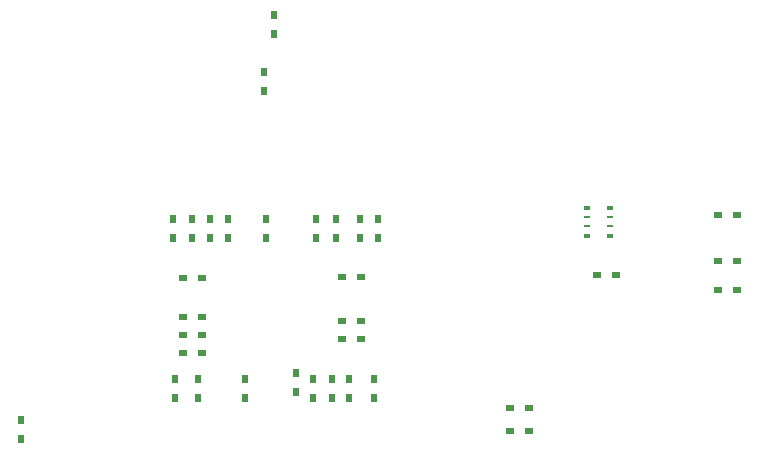
<source format=gbp>
G04 #@! TF.FileFunction,Paste,Bot*
%FSLAX46Y46*%
G04 Gerber Fmt 4.6, Leading zero omitted, Abs format (unit mm)*
G04 Created by KiCad (PCBNEW 4.0.6) date 08/04/17 18:38:55*
%MOMM*%
%LPD*%
G01*
G04 APERTURE LIST*
%ADD10C,0.150000*%
%ADD11R,0.599440X0.350520*%
%ADD12R,0.599440X0.200660*%
%ADD13R,0.500380X0.701040*%
%ADD14R,0.701040X0.500380*%
G04 APERTURE END LIST*
D10*
D11*
X62898020Y-22595840D03*
D12*
X62898020Y-21795740D03*
X62898020Y-20995640D03*
D11*
X62898020Y-20195540D03*
X64897000Y-20195540D03*
D12*
X64897000Y-20995640D03*
X64897000Y-21795740D03*
D11*
X64897000Y-22595840D03*
D13*
X28000960Y-34698940D03*
X28000960Y-36299140D03*
X34000440Y-34698940D03*
X34000440Y-36299140D03*
X15001240Y-38199060D03*
X15001240Y-39799260D03*
X44899580Y-34698940D03*
X44899580Y-36299140D03*
D14*
X30299660Y-26200100D03*
X28699460Y-26200100D03*
X42199560Y-26101040D03*
X43799760Y-26101040D03*
X30299660Y-32499300D03*
X28699460Y-32499300D03*
X56400700Y-37200840D03*
X58000900Y-37200840D03*
D13*
X39700200Y-36299140D03*
X39700200Y-34698940D03*
D14*
X65399920Y-25900380D03*
X63799720Y-25900380D03*
X75600560Y-24698960D03*
X74000360Y-24698960D03*
X58000900Y-39100760D03*
X56400700Y-39100760D03*
D13*
X35600640Y-10299700D03*
X35600640Y-8699500D03*
X36400740Y-3898900D03*
X36400740Y-5499100D03*
X29999940Y-34698940D03*
X29999940Y-36299140D03*
X27899360Y-22799040D03*
X27899360Y-21198840D03*
D14*
X30299660Y-29499560D03*
X28699460Y-29499560D03*
D13*
X35699700Y-22799040D03*
X35699700Y-21198840D03*
X41699180Y-22799040D03*
X41699180Y-21198840D03*
X43700700Y-22799040D03*
X43700700Y-21198840D03*
X45199300Y-22799040D03*
X45199300Y-21198840D03*
D14*
X42199560Y-29799280D03*
X43799760Y-29799280D03*
D13*
X32499300Y-22799040D03*
X32499300Y-21198840D03*
D14*
X30299660Y-31000700D03*
X28699460Y-31000700D03*
D13*
X38300660Y-34201100D03*
X38300660Y-35801300D03*
D14*
X42199560Y-31300420D03*
X43799760Y-31300420D03*
D13*
X39999920Y-22799040D03*
X39999920Y-21198840D03*
D14*
X74000360Y-20800060D03*
X75600560Y-20800060D03*
D13*
X29499560Y-22799040D03*
X29499560Y-21198840D03*
X42799000Y-34698940D03*
X42799000Y-36299140D03*
D14*
X75600560Y-27200860D03*
X74000360Y-27200860D03*
D13*
X41300400Y-34698940D03*
X41300400Y-36299140D03*
X30998160Y-22799040D03*
X30998160Y-21198840D03*
M02*

</source>
